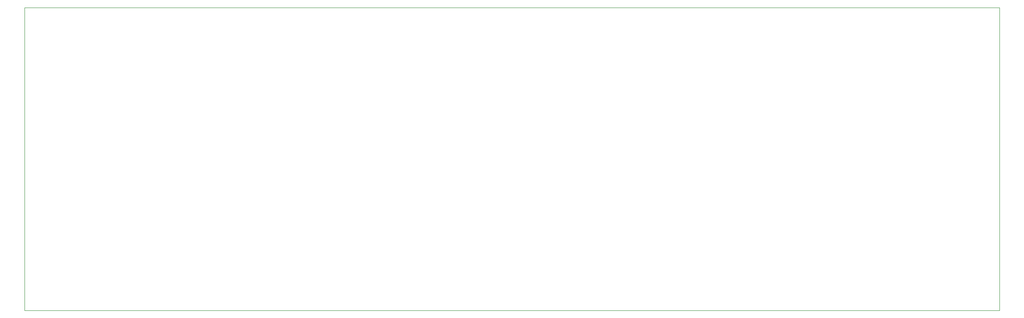
<source format=gbr>
%TF.GenerationSoftware,KiCad,Pcbnew,9.0.0*%
%TF.CreationDate,2025-08-15T01:25:28+03:00*%
%TF.ProjectId,Handheld,48616e64-6865-46c6-942e-6b696361645f,rev?*%
%TF.SameCoordinates,Original*%
%TF.FileFunction,Profile,NP*%
%FSLAX46Y46*%
G04 Gerber Fmt 4.6, Leading zero omitted, Abs format (unit mm)*
G04 Created by KiCad (PCBNEW 9.0.0) date 2025-08-15 01:25:28*
%MOMM*%
%LPD*%
G01*
G04 APERTURE LIST*
%TA.AperFunction,Profile*%
%ADD10C,0.050000*%
%TD*%
G04 APERTURE END LIST*
D10*
X39728696Y-59675358D02*
X234928696Y-59675358D01*
X234928696Y-120475358D01*
X39728696Y-120475358D01*
X39728696Y-59675358D01*
M02*

</source>
